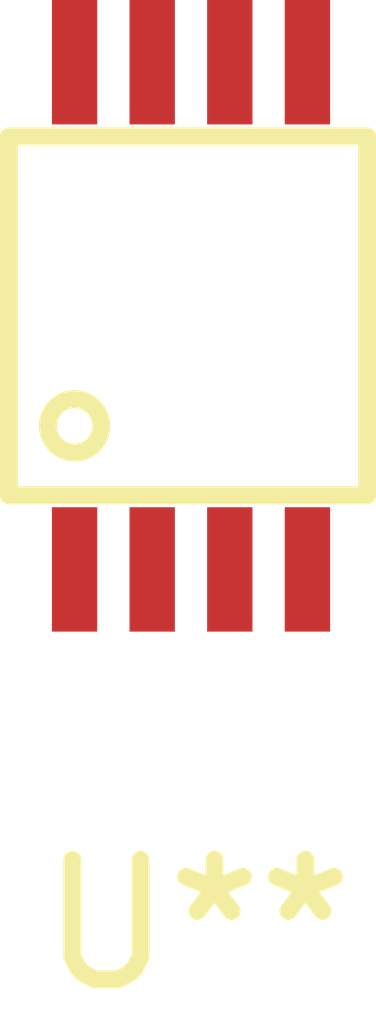
<source format=kicad_pcb>
(kicad_pcb (version 4) (host pcbnew 4.0.2+dfsg1-stable)

  (general
    (links 0)
    (no_connects 0)
    (area 0 0 0 0)
    (thickness 1.6)
    (drawings 0)
    (tracks 0)
    (zones 0)
    (modules 1)
    (nets 1)
  )

  (page A4)
  (layers
    (0 F.Cu signal)
    (31 B.Cu signal)
    (32 B.Adhes user)
    (33 F.Adhes user)
    (34 B.Paste user)
    (35 F.Paste user)
    (36 B.SilkS user)
    (37 F.SilkS user)
    (38 B.Mask user)
    (39 F.Mask user)
    (40 Dwgs.User user)
    (41 Cmts.User user)
    (42 Eco1.User user)
    (43 Eco2.User user)
    (44 Edge.Cuts user)
    (45 Margin user)
    (46 B.CrtYd user)
    (47 F.CrtYd user)
    (48 B.Fab user)
    (49 F.Fab user)
  )

  (setup
    (last_trace_width 0.25)
    (trace_clearance 0.2)
    (zone_clearance 0.508)
    (zone_45_only no)
    (trace_min 0.2)
    (segment_width 0.2)
    (edge_width 0.15)
    (via_size 0.6)
    (via_drill 0.4)
    (via_min_size 0.4)
    (via_min_drill 0.3)
    (uvia_size 0.3)
    (uvia_drill 0.1)
    (uvias_allowed no)
    (uvia_min_size 0.2)
    (uvia_min_drill 0.1)
    (pcb_text_width 0.3)
    (pcb_text_size 1.5 1.5)
    (mod_edge_width 0.15)
    (mod_text_size 1 1)
    (mod_text_width 0.15)
    (pad_size 1.524 1.524)
    (pad_drill 0.762)
    (pad_to_mask_clearance 0.2)
    (aux_axis_origin 0 0)
    (visible_elements FFFFFF7F)
    (pcbplotparams
      (layerselection 0x00030_80000001)
      (usegerberextensions false)
      (excludeedgelayer true)
      (linewidth 0.100000)
      (plotframeref false)
      (viasonmask false)
      (mode 1)
      (useauxorigin false)
      (hpglpennumber 1)
      (hpglpenspeed 20)
      (hpglpendiameter 15)
      (hpglpenoverlay 2)
      (psnegative false)
      (psa4output false)
      (plotreference true)
      (plotvalue true)
      (plotinvisibletext false)
      (padsonsilk false)
      (subtractmaskfromsilk false)
      (outputformat 1)
      (mirror false)
      (drillshape 1)
      (scaleselection 1)
      (outputdirectory ""))
  )

  (net 0 "")

  (net_class Default "This is the default net class."
    (clearance 0.2)
    (trace_width 0.25)
    (via_dia 0.6)
    (via_drill 0.4)
    (uvia_dia 0.3)
    (uvia_drill 0.1)
  )

  (module vargin:Micro8 (layer F.Cu) (tedit 571FD1A2) (tstamp 57217C8D)
    (at 193.04 96.52)
    (fp_text reference U** (at 1.0287 2.9718) (layer F.SilkS)
      (effects (font (size 1 1) (thickness 0.15)))
    )
    (fp_text value Micro8 (at 0.8509 -6.0706) (layer F.Fab) hide
      (effects (font (size 1 1) (thickness 0.125)))
    )
    (fp_circle (center 0 -1.2) (end 0.2 -1.1) (layer F.SilkS) (width 0.15))
    (fp_line (start 2.45 -3.62) (end 2.45 -0.62) (layer F.SilkS) (width 0.15))
    (fp_line (start -0.55 -3.62) (end 2.45 -3.62) (layer F.SilkS) (width 0.15))
    (fp_line (start -0.55 -0.62) (end -0.55 -3.62) (layer F.SilkS) (width 0.15))
    (fp_line (start -0.55 -0.62) (end 2.45 -0.62) (layer F.SilkS) (width 0.15))
    (pad 1 smd rect (at 0 0) (size 0.38 1.04) (layers F.Cu F.Paste F.Mask)
      (solder_mask_margin 0.127) (clearance 0.127))
    (pad 2 smd rect (at 0.65 0) (size 0.38 1.04) (layers F.Cu F.Paste F.Mask)
      (solder_mask_margin 0.127) (clearance 0.127))
    (pad 3 smd rect (at 1.3 0) (size 0.38 1.04) (layers F.Cu F.Paste F.Mask)
      (solder_mask_margin 1.127) (clearance 0.127))
    (pad 4 smd rect (at 1.95 0) (size 0.38 1.04) (layers F.Cu F.Paste F.Mask)
      (solder_mask_margin 0.127) (clearance 0.127))
    (pad 5 smd rect (at 1.95 -4.24) (size 0.38 1.04) (layers F.Cu F.Paste F.Mask)
      (solder_mask_margin 0.127) (clearance 0.127))
    (pad 6 smd rect (at 1.3 -4.24) (size 0.38 1.04) (layers F.Cu F.Paste F.Mask)
      (solder_mask_margin 0.127) (clearance 0.127))
    (pad 7 smd rect (at 0.65 -4.24) (size 0.38 1.04) (layers F.Cu F.Paste F.Mask)
      (solder_mask_margin 0.127) (clearance 0.127))
    (pad 8 smd rect (at 0 -4.24) (size 0.38 1.04) (layers F.Cu F.Paste F.Mask)
      (solder_mask_margin 0.127) (clearance 0.127))
  )

)

</source>
